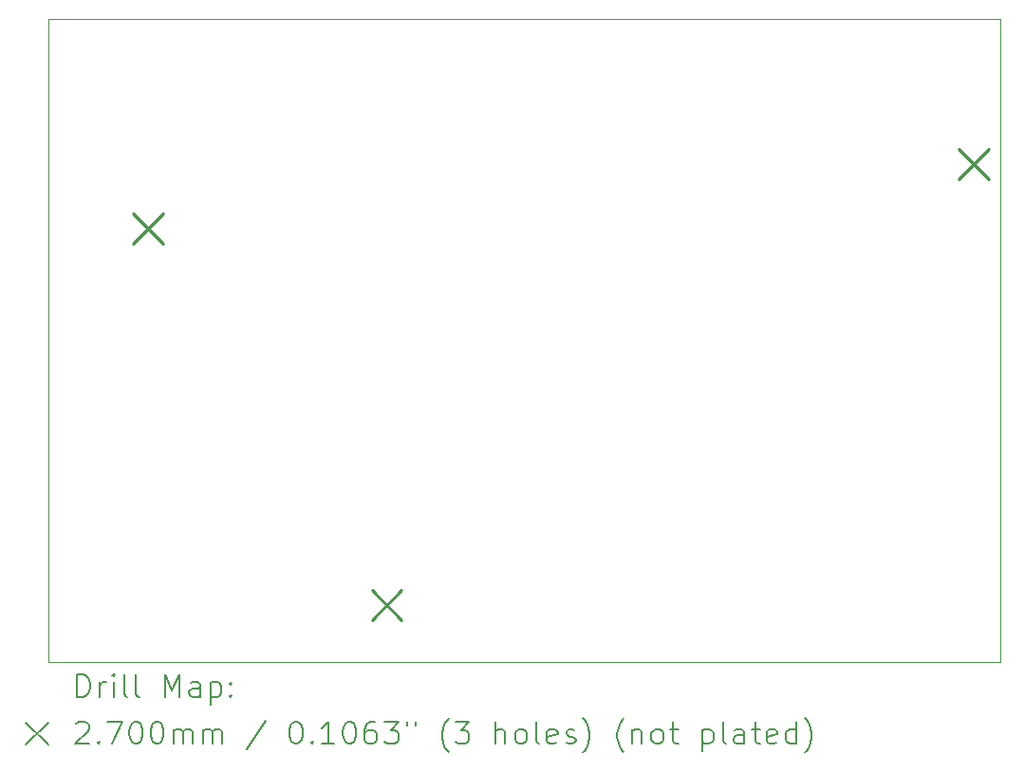
<source format=gbr>
%TF.GenerationSoftware,KiCad,Pcbnew,8.0.1*%
%TF.CreationDate,2024-06-09T01:41:55+01:00*%
%TF.ProjectId,tim011_video_fix,74696d30-3131-45f7-9669-64656f5f6669,rev?*%
%TF.SameCoordinates,Original*%
%TF.FileFunction,Drillmap*%
%TF.FilePolarity,Positive*%
%FSLAX45Y45*%
G04 Gerber Fmt 4.5, Leading zero omitted, Abs format (unit mm)*
G04 Created by KiCad (PCBNEW 8.0.1) date 2024-06-09 01:41:55*
%MOMM*%
%LPD*%
G01*
G04 APERTURE LIST*
%ADD10C,0.050000*%
%ADD11C,0.200000*%
%ADD12C,0.270000*%
G04 APERTURE END LIST*
D10*
X5485000Y-5845000D02*
X13975000Y-5845000D01*
X13975000Y-11585000D01*
X5485000Y-11585000D01*
X5485000Y-5845000D01*
D11*
D12*
X6243400Y-7579300D02*
X6513400Y-7849300D01*
X6513400Y-7579300D02*
X6243400Y-7849300D01*
X8370000Y-10942500D02*
X8640000Y-11212500D01*
X8640000Y-10942500D02*
X8370000Y-11212500D01*
X13610000Y-7007800D02*
X13880000Y-7277800D01*
X13880000Y-7007800D02*
X13610000Y-7277800D01*
D11*
X5743277Y-11898984D02*
X5743277Y-11698984D01*
X5743277Y-11698984D02*
X5790896Y-11698984D01*
X5790896Y-11698984D02*
X5819467Y-11708508D01*
X5819467Y-11708508D02*
X5838515Y-11727555D01*
X5838515Y-11727555D02*
X5848039Y-11746603D01*
X5848039Y-11746603D02*
X5857562Y-11784698D01*
X5857562Y-11784698D02*
X5857562Y-11813269D01*
X5857562Y-11813269D02*
X5848039Y-11851365D01*
X5848039Y-11851365D02*
X5838515Y-11870412D01*
X5838515Y-11870412D02*
X5819467Y-11889460D01*
X5819467Y-11889460D02*
X5790896Y-11898984D01*
X5790896Y-11898984D02*
X5743277Y-11898984D01*
X5943277Y-11898984D02*
X5943277Y-11765650D01*
X5943277Y-11803746D02*
X5952801Y-11784698D01*
X5952801Y-11784698D02*
X5962324Y-11775174D01*
X5962324Y-11775174D02*
X5981372Y-11765650D01*
X5981372Y-11765650D02*
X6000420Y-11765650D01*
X6067086Y-11898984D02*
X6067086Y-11765650D01*
X6067086Y-11698984D02*
X6057562Y-11708508D01*
X6057562Y-11708508D02*
X6067086Y-11718031D01*
X6067086Y-11718031D02*
X6076610Y-11708508D01*
X6076610Y-11708508D02*
X6067086Y-11698984D01*
X6067086Y-11698984D02*
X6067086Y-11718031D01*
X6190896Y-11898984D02*
X6171848Y-11889460D01*
X6171848Y-11889460D02*
X6162324Y-11870412D01*
X6162324Y-11870412D02*
X6162324Y-11698984D01*
X6295658Y-11898984D02*
X6276610Y-11889460D01*
X6276610Y-11889460D02*
X6267086Y-11870412D01*
X6267086Y-11870412D02*
X6267086Y-11698984D01*
X6524229Y-11898984D02*
X6524229Y-11698984D01*
X6524229Y-11698984D02*
X6590896Y-11841841D01*
X6590896Y-11841841D02*
X6657562Y-11698984D01*
X6657562Y-11698984D02*
X6657562Y-11898984D01*
X6838515Y-11898984D02*
X6838515Y-11794222D01*
X6838515Y-11794222D02*
X6828991Y-11775174D01*
X6828991Y-11775174D02*
X6809943Y-11765650D01*
X6809943Y-11765650D02*
X6771848Y-11765650D01*
X6771848Y-11765650D02*
X6752801Y-11775174D01*
X6838515Y-11889460D02*
X6819467Y-11898984D01*
X6819467Y-11898984D02*
X6771848Y-11898984D01*
X6771848Y-11898984D02*
X6752801Y-11889460D01*
X6752801Y-11889460D02*
X6743277Y-11870412D01*
X6743277Y-11870412D02*
X6743277Y-11851365D01*
X6743277Y-11851365D02*
X6752801Y-11832317D01*
X6752801Y-11832317D02*
X6771848Y-11822793D01*
X6771848Y-11822793D02*
X6819467Y-11822793D01*
X6819467Y-11822793D02*
X6838515Y-11813269D01*
X6933753Y-11765650D02*
X6933753Y-11965650D01*
X6933753Y-11775174D02*
X6952801Y-11765650D01*
X6952801Y-11765650D02*
X6990896Y-11765650D01*
X6990896Y-11765650D02*
X7009943Y-11775174D01*
X7009943Y-11775174D02*
X7019467Y-11784698D01*
X7019467Y-11784698D02*
X7028991Y-11803746D01*
X7028991Y-11803746D02*
X7028991Y-11860888D01*
X7028991Y-11860888D02*
X7019467Y-11879936D01*
X7019467Y-11879936D02*
X7009943Y-11889460D01*
X7009943Y-11889460D02*
X6990896Y-11898984D01*
X6990896Y-11898984D02*
X6952801Y-11898984D01*
X6952801Y-11898984D02*
X6933753Y-11889460D01*
X7114705Y-11879936D02*
X7124229Y-11889460D01*
X7124229Y-11889460D02*
X7114705Y-11898984D01*
X7114705Y-11898984D02*
X7105182Y-11889460D01*
X7105182Y-11889460D02*
X7114705Y-11879936D01*
X7114705Y-11879936D02*
X7114705Y-11898984D01*
X7114705Y-11775174D02*
X7124229Y-11784698D01*
X7124229Y-11784698D02*
X7114705Y-11794222D01*
X7114705Y-11794222D02*
X7105182Y-11784698D01*
X7105182Y-11784698D02*
X7114705Y-11775174D01*
X7114705Y-11775174D02*
X7114705Y-11794222D01*
X5282500Y-12127500D02*
X5482500Y-12327500D01*
X5482500Y-12127500D02*
X5282500Y-12327500D01*
X5733753Y-12138031D02*
X5743277Y-12128508D01*
X5743277Y-12128508D02*
X5762324Y-12118984D01*
X5762324Y-12118984D02*
X5809943Y-12118984D01*
X5809943Y-12118984D02*
X5828991Y-12128508D01*
X5828991Y-12128508D02*
X5838515Y-12138031D01*
X5838515Y-12138031D02*
X5848039Y-12157079D01*
X5848039Y-12157079D02*
X5848039Y-12176127D01*
X5848039Y-12176127D02*
X5838515Y-12204698D01*
X5838515Y-12204698D02*
X5724229Y-12318984D01*
X5724229Y-12318984D02*
X5848039Y-12318984D01*
X5933753Y-12299936D02*
X5943277Y-12309460D01*
X5943277Y-12309460D02*
X5933753Y-12318984D01*
X5933753Y-12318984D02*
X5924229Y-12309460D01*
X5924229Y-12309460D02*
X5933753Y-12299936D01*
X5933753Y-12299936D02*
X5933753Y-12318984D01*
X6009943Y-12118984D02*
X6143277Y-12118984D01*
X6143277Y-12118984D02*
X6057562Y-12318984D01*
X6257562Y-12118984D02*
X6276610Y-12118984D01*
X6276610Y-12118984D02*
X6295658Y-12128508D01*
X6295658Y-12128508D02*
X6305182Y-12138031D01*
X6305182Y-12138031D02*
X6314705Y-12157079D01*
X6314705Y-12157079D02*
X6324229Y-12195174D01*
X6324229Y-12195174D02*
X6324229Y-12242793D01*
X6324229Y-12242793D02*
X6314705Y-12280888D01*
X6314705Y-12280888D02*
X6305182Y-12299936D01*
X6305182Y-12299936D02*
X6295658Y-12309460D01*
X6295658Y-12309460D02*
X6276610Y-12318984D01*
X6276610Y-12318984D02*
X6257562Y-12318984D01*
X6257562Y-12318984D02*
X6238515Y-12309460D01*
X6238515Y-12309460D02*
X6228991Y-12299936D01*
X6228991Y-12299936D02*
X6219467Y-12280888D01*
X6219467Y-12280888D02*
X6209943Y-12242793D01*
X6209943Y-12242793D02*
X6209943Y-12195174D01*
X6209943Y-12195174D02*
X6219467Y-12157079D01*
X6219467Y-12157079D02*
X6228991Y-12138031D01*
X6228991Y-12138031D02*
X6238515Y-12128508D01*
X6238515Y-12128508D02*
X6257562Y-12118984D01*
X6448039Y-12118984D02*
X6467086Y-12118984D01*
X6467086Y-12118984D02*
X6486134Y-12128508D01*
X6486134Y-12128508D02*
X6495658Y-12138031D01*
X6495658Y-12138031D02*
X6505182Y-12157079D01*
X6505182Y-12157079D02*
X6514705Y-12195174D01*
X6514705Y-12195174D02*
X6514705Y-12242793D01*
X6514705Y-12242793D02*
X6505182Y-12280888D01*
X6505182Y-12280888D02*
X6495658Y-12299936D01*
X6495658Y-12299936D02*
X6486134Y-12309460D01*
X6486134Y-12309460D02*
X6467086Y-12318984D01*
X6467086Y-12318984D02*
X6448039Y-12318984D01*
X6448039Y-12318984D02*
X6428991Y-12309460D01*
X6428991Y-12309460D02*
X6419467Y-12299936D01*
X6419467Y-12299936D02*
X6409943Y-12280888D01*
X6409943Y-12280888D02*
X6400420Y-12242793D01*
X6400420Y-12242793D02*
X6400420Y-12195174D01*
X6400420Y-12195174D02*
X6409943Y-12157079D01*
X6409943Y-12157079D02*
X6419467Y-12138031D01*
X6419467Y-12138031D02*
X6428991Y-12128508D01*
X6428991Y-12128508D02*
X6448039Y-12118984D01*
X6600420Y-12318984D02*
X6600420Y-12185650D01*
X6600420Y-12204698D02*
X6609943Y-12195174D01*
X6609943Y-12195174D02*
X6628991Y-12185650D01*
X6628991Y-12185650D02*
X6657563Y-12185650D01*
X6657563Y-12185650D02*
X6676610Y-12195174D01*
X6676610Y-12195174D02*
X6686134Y-12214222D01*
X6686134Y-12214222D02*
X6686134Y-12318984D01*
X6686134Y-12214222D02*
X6695658Y-12195174D01*
X6695658Y-12195174D02*
X6714705Y-12185650D01*
X6714705Y-12185650D02*
X6743277Y-12185650D01*
X6743277Y-12185650D02*
X6762324Y-12195174D01*
X6762324Y-12195174D02*
X6771848Y-12214222D01*
X6771848Y-12214222D02*
X6771848Y-12318984D01*
X6867086Y-12318984D02*
X6867086Y-12185650D01*
X6867086Y-12204698D02*
X6876610Y-12195174D01*
X6876610Y-12195174D02*
X6895658Y-12185650D01*
X6895658Y-12185650D02*
X6924229Y-12185650D01*
X6924229Y-12185650D02*
X6943277Y-12195174D01*
X6943277Y-12195174D02*
X6952801Y-12214222D01*
X6952801Y-12214222D02*
X6952801Y-12318984D01*
X6952801Y-12214222D02*
X6962324Y-12195174D01*
X6962324Y-12195174D02*
X6981372Y-12185650D01*
X6981372Y-12185650D02*
X7009943Y-12185650D01*
X7009943Y-12185650D02*
X7028991Y-12195174D01*
X7028991Y-12195174D02*
X7038515Y-12214222D01*
X7038515Y-12214222D02*
X7038515Y-12318984D01*
X7428991Y-12109460D02*
X7257563Y-12366603D01*
X7686134Y-12118984D02*
X7705182Y-12118984D01*
X7705182Y-12118984D02*
X7724229Y-12128508D01*
X7724229Y-12128508D02*
X7733753Y-12138031D01*
X7733753Y-12138031D02*
X7743277Y-12157079D01*
X7743277Y-12157079D02*
X7752801Y-12195174D01*
X7752801Y-12195174D02*
X7752801Y-12242793D01*
X7752801Y-12242793D02*
X7743277Y-12280888D01*
X7743277Y-12280888D02*
X7733753Y-12299936D01*
X7733753Y-12299936D02*
X7724229Y-12309460D01*
X7724229Y-12309460D02*
X7705182Y-12318984D01*
X7705182Y-12318984D02*
X7686134Y-12318984D01*
X7686134Y-12318984D02*
X7667086Y-12309460D01*
X7667086Y-12309460D02*
X7657563Y-12299936D01*
X7657563Y-12299936D02*
X7648039Y-12280888D01*
X7648039Y-12280888D02*
X7638515Y-12242793D01*
X7638515Y-12242793D02*
X7638515Y-12195174D01*
X7638515Y-12195174D02*
X7648039Y-12157079D01*
X7648039Y-12157079D02*
X7657563Y-12138031D01*
X7657563Y-12138031D02*
X7667086Y-12128508D01*
X7667086Y-12128508D02*
X7686134Y-12118984D01*
X7838515Y-12299936D02*
X7848039Y-12309460D01*
X7848039Y-12309460D02*
X7838515Y-12318984D01*
X7838515Y-12318984D02*
X7828991Y-12309460D01*
X7828991Y-12309460D02*
X7838515Y-12299936D01*
X7838515Y-12299936D02*
X7838515Y-12318984D01*
X8038515Y-12318984D02*
X7924229Y-12318984D01*
X7981372Y-12318984D02*
X7981372Y-12118984D01*
X7981372Y-12118984D02*
X7962325Y-12147555D01*
X7962325Y-12147555D02*
X7943277Y-12166603D01*
X7943277Y-12166603D02*
X7924229Y-12176127D01*
X8162325Y-12118984D02*
X8181372Y-12118984D01*
X8181372Y-12118984D02*
X8200420Y-12128508D01*
X8200420Y-12128508D02*
X8209944Y-12138031D01*
X8209944Y-12138031D02*
X8219467Y-12157079D01*
X8219467Y-12157079D02*
X8228991Y-12195174D01*
X8228991Y-12195174D02*
X8228991Y-12242793D01*
X8228991Y-12242793D02*
X8219467Y-12280888D01*
X8219467Y-12280888D02*
X8209944Y-12299936D01*
X8209944Y-12299936D02*
X8200420Y-12309460D01*
X8200420Y-12309460D02*
X8181372Y-12318984D01*
X8181372Y-12318984D02*
X8162325Y-12318984D01*
X8162325Y-12318984D02*
X8143277Y-12309460D01*
X8143277Y-12309460D02*
X8133753Y-12299936D01*
X8133753Y-12299936D02*
X8124229Y-12280888D01*
X8124229Y-12280888D02*
X8114706Y-12242793D01*
X8114706Y-12242793D02*
X8114706Y-12195174D01*
X8114706Y-12195174D02*
X8124229Y-12157079D01*
X8124229Y-12157079D02*
X8133753Y-12138031D01*
X8133753Y-12138031D02*
X8143277Y-12128508D01*
X8143277Y-12128508D02*
X8162325Y-12118984D01*
X8400420Y-12118984D02*
X8362325Y-12118984D01*
X8362325Y-12118984D02*
X8343277Y-12128508D01*
X8343277Y-12128508D02*
X8333753Y-12138031D01*
X8333753Y-12138031D02*
X8314706Y-12166603D01*
X8314706Y-12166603D02*
X8305182Y-12204698D01*
X8305182Y-12204698D02*
X8305182Y-12280888D01*
X8305182Y-12280888D02*
X8314706Y-12299936D01*
X8314706Y-12299936D02*
X8324229Y-12309460D01*
X8324229Y-12309460D02*
X8343277Y-12318984D01*
X8343277Y-12318984D02*
X8381372Y-12318984D01*
X8381372Y-12318984D02*
X8400420Y-12309460D01*
X8400420Y-12309460D02*
X8409944Y-12299936D01*
X8409944Y-12299936D02*
X8419468Y-12280888D01*
X8419468Y-12280888D02*
X8419468Y-12233269D01*
X8419468Y-12233269D02*
X8409944Y-12214222D01*
X8409944Y-12214222D02*
X8400420Y-12204698D01*
X8400420Y-12204698D02*
X8381372Y-12195174D01*
X8381372Y-12195174D02*
X8343277Y-12195174D01*
X8343277Y-12195174D02*
X8324229Y-12204698D01*
X8324229Y-12204698D02*
X8314706Y-12214222D01*
X8314706Y-12214222D02*
X8305182Y-12233269D01*
X8486134Y-12118984D02*
X8609944Y-12118984D01*
X8609944Y-12118984D02*
X8543277Y-12195174D01*
X8543277Y-12195174D02*
X8571849Y-12195174D01*
X8571849Y-12195174D02*
X8590896Y-12204698D01*
X8590896Y-12204698D02*
X8600420Y-12214222D01*
X8600420Y-12214222D02*
X8609944Y-12233269D01*
X8609944Y-12233269D02*
X8609944Y-12280888D01*
X8609944Y-12280888D02*
X8600420Y-12299936D01*
X8600420Y-12299936D02*
X8590896Y-12309460D01*
X8590896Y-12309460D02*
X8571849Y-12318984D01*
X8571849Y-12318984D02*
X8514706Y-12318984D01*
X8514706Y-12318984D02*
X8495658Y-12309460D01*
X8495658Y-12309460D02*
X8486134Y-12299936D01*
X8686134Y-12118984D02*
X8686134Y-12157079D01*
X8762325Y-12118984D02*
X8762325Y-12157079D01*
X9057563Y-12395174D02*
X9048039Y-12385650D01*
X9048039Y-12385650D02*
X9028991Y-12357079D01*
X9028991Y-12357079D02*
X9019468Y-12338031D01*
X9019468Y-12338031D02*
X9009944Y-12309460D01*
X9009944Y-12309460D02*
X9000420Y-12261841D01*
X9000420Y-12261841D02*
X9000420Y-12223746D01*
X9000420Y-12223746D02*
X9009944Y-12176127D01*
X9009944Y-12176127D02*
X9019468Y-12147555D01*
X9019468Y-12147555D02*
X9028991Y-12128508D01*
X9028991Y-12128508D02*
X9048039Y-12099936D01*
X9048039Y-12099936D02*
X9057563Y-12090412D01*
X9114706Y-12118984D02*
X9238515Y-12118984D01*
X9238515Y-12118984D02*
X9171849Y-12195174D01*
X9171849Y-12195174D02*
X9200420Y-12195174D01*
X9200420Y-12195174D02*
X9219468Y-12204698D01*
X9219468Y-12204698D02*
X9228991Y-12214222D01*
X9228991Y-12214222D02*
X9238515Y-12233269D01*
X9238515Y-12233269D02*
X9238515Y-12280888D01*
X9238515Y-12280888D02*
X9228991Y-12299936D01*
X9228991Y-12299936D02*
X9219468Y-12309460D01*
X9219468Y-12309460D02*
X9200420Y-12318984D01*
X9200420Y-12318984D02*
X9143277Y-12318984D01*
X9143277Y-12318984D02*
X9124230Y-12309460D01*
X9124230Y-12309460D02*
X9114706Y-12299936D01*
X9476611Y-12318984D02*
X9476611Y-12118984D01*
X9562325Y-12318984D02*
X9562325Y-12214222D01*
X9562325Y-12214222D02*
X9552801Y-12195174D01*
X9552801Y-12195174D02*
X9533753Y-12185650D01*
X9533753Y-12185650D02*
X9505182Y-12185650D01*
X9505182Y-12185650D02*
X9486134Y-12195174D01*
X9486134Y-12195174D02*
X9476611Y-12204698D01*
X9686134Y-12318984D02*
X9667087Y-12309460D01*
X9667087Y-12309460D02*
X9657563Y-12299936D01*
X9657563Y-12299936D02*
X9648039Y-12280888D01*
X9648039Y-12280888D02*
X9648039Y-12223746D01*
X9648039Y-12223746D02*
X9657563Y-12204698D01*
X9657563Y-12204698D02*
X9667087Y-12195174D01*
X9667087Y-12195174D02*
X9686134Y-12185650D01*
X9686134Y-12185650D02*
X9714706Y-12185650D01*
X9714706Y-12185650D02*
X9733753Y-12195174D01*
X9733753Y-12195174D02*
X9743277Y-12204698D01*
X9743277Y-12204698D02*
X9752801Y-12223746D01*
X9752801Y-12223746D02*
X9752801Y-12280888D01*
X9752801Y-12280888D02*
X9743277Y-12299936D01*
X9743277Y-12299936D02*
X9733753Y-12309460D01*
X9733753Y-12309460D02*
X9714706Y-12318984D01*
X9714706Y-12318984D02*
X9686134Y-12318984D01*
X9867087Y-12318984D02*
X9848039Y-12309460D01*
X9848039Y-12309460D02*
X9838515Y-12290412D01*
X9838515Y-12290412D02*
X9838515Y-12118984D01*
X10019468Y-12309460D02*
X10000420Y-12318984D01*
X10000420Y-12318984D02*
X9962325Y-12318984D01*
X9962325Y-12318984D02*
X9943277Y-12309460D01*
X9943277Y-12309460D02*
X9933753Y-12290412D01*
X9933753Y-12290412D02*
X9933753Y-12214222D01*
X9933753Y-12214222D02*
X9943277Y-12195174D01*
X9943277Y-12195174D02*
X9962325Y-12185650D01*
X9962325Y-12185650D02*
X10000420Y-12185650D01*
X10000420Y-12185650D02*
X10019468Y-12195174D01*
X10019468Y-12195174D02*
X10028992Y-12214222D01*
X10028992Y-12214222D02*
X10028992Y-12233269D01*
X10028992Y-12233269D02*
X9933753Y-12252317D01*
X10105182Y-12309460D02*
X10124230Y-12318984D01*
X10124230Y-12318984D02*
X10162325Y-12318984D01*
X10162325Y-12318984D02*
X10181373Y-12309460D01*
X10181373Y-12309460D02*
X10190896Y-12290412D01*
X10190896Y-12290412D02*
X10190896Y-12280888D01*
X10190896Y-12280888D02*
X10181373Y-12261841D01*
X10181373Y-12261841D02*
X10162325Y-12252317D01*
X10162325Y-12252317D02*
X10133753Y-12252317D01*
X10133753Y-12252317D02*
X10114706Y-12242793D01*
X10114706Y-12242793D02*
X10105182Y-12223746D01*
X10105182Y-12223746D02*
X10105182Y-12214222D01*
X10105182Y-12214222D02*
X10114706Y-12195174D01*
X10114706Y-12195174D02*
X10133753Y-12185650D01*
X10133753Y-12185650D02*
X10162325Y-12185650D01*
X10162325Y-12185650D02*
X10181373Y-12195174D01*
X10257563Y-12395174D02*
X10267087Y-12385650D01*
X10267087Y-12385650D02*
X10286134Y-12357079D01*
X10286134Y-12357079D02*
X10295658Y-12338031D01*
X10295658Y-12338031D02*
X10305182Y-12309460D01*
X10305182Y-12309460D02*
X10314706Y-12261841D01*
X10314706Y-12261841D02*
X10314706Y-12223746D01*
X10314706Y-12223746D02*
X10305182Y-12176127D01*
X10305182Y-12176127D02*
X10295658Y-12147555D01*
X10295658Y-12147555D02*
X10286134Y-12128508D01*
X10286134Y-12128508D02*
X10267087Y-12099936D01*
X10267087Y-12099936D02*
X10257563Y-12090412D01*
X10619468Y-12395174D02*
X10609944Y-12385650D01*
X10609944Y-12385650D02*
X10590896Y-12357079D01*
X10590896Y-12357079D02*
X10581373Y-12338031D01*
X10581373Y-12338031D02*
X10571849Y-12309460D01*
X10571849Y-12309460D02*
X10562325Y-12261841D01*
X10562325Y-12261841D02*
X10562325Y-12223746D01*
X10562325Y-12223746D02*
X10571849Y-12176127D01*
X10571849Y-12176127D02*
X10581373Y-12147555D01*
X10581373Y-12147555D02*
X10590896Y-12128508D01*
X10590896Y-12128508D02*
X10609944Y-12099936D01*
X10609944Y-12099936D02*
X10619468Y-12090412D01*
X10695658Y-12185650D02*
X10695658Y-12318984D01*
X10695658Y-12204698D02*
X10705182Y-12195174D01*
X10705182Y-12195174D02*
X10724230Y-12185650D01*
X10724230Y-12185650D02*
X10752801Y-12185650D01*
X10752801Y-12185650D02*
X10771849Y-12195174D01*
X10771849Y-12195174D02*
X10781373Y-12214222D01*
X10781373Y-12214222D02*
X10781373Y-12318984D01*
X10905182Y-12318984D02*
X10886134Y-12309460D01*
X10886134Y-12309460D02*
X10876611Y-12299936D01*
X10876611Y-12299936D02*
X10867087Y-12280888D01*
X10867087Y-12280888D02*
X10867087Y-12223746D01*
X10867087Y-12223746D02*
X10876611Y-12204698D01*
X10876611Y-12204698D02*
X10886134Y-12195174D01*
X10886134Y-12195174D02*
X10905182Y-12185650D01*
X10905182Y-12185650D02*
X10933754Y-12185650D01*
X10933754Y-12185650D02*
X10952801Y-12195174D01*
X10952801Y-12195174D02*
X10962325Y-12204698D01*
X10962325Y-12204698D02*
X10971849Y-12223746D01*
X10971849Y-12223746D02*
X10971849Y-12280888D01*
X10971849Y-12280888D02*
X10962325Y-12299936D01*
X10962325Y-12299936D02*
X10952801Y-12309460D01*
X10952801Y-12309460D02*
X10933754Y-12318984D01*
X10933754Y-12318984D02*
X10905182Y-12318984D01*
X11028992Y-12185650D02*
X11105182Y-12185650D01*
X11057563Y-12118984D02*
X11057563Y-12290412D01*
X11057563Y-12290412D02*
X11067087Y-12309460D01*
X11067087Y-12309460D02*
X11086134Y-12318984D01*
X11086134Y-12318984D02*
X11105182Y-12318984D01*
X11324230Y-12185650D02*
X11324230Y-12385650D01*
X11324230Y-12195174D02*
X11343277Y-12185650D01*
X11343277Y-12185650D02*
X11381373Y-12185650D01*
X11381373Y-12185650D02*
X11400420Y-12195174D01*
X11400420Y-12195174D02*
X11409944Y-12204698D01*
X11409944Y-12204698D02*
X11419468Y-12223746D01*
X11419468Y-12223746D02*
X11419468Y-12280888D01*
X11419468Y-12280888D02*
X11409944Y-12299936D01*
X11409944Y-12299936D02*
X11400420Y-12309460D01*
X11400420Y-12309460D02*
X11381373Y-12318984D01*
X11381373Y-12318984D02*
X11343277Y-12318984D01*
X11343277Y-12318984D02*
X11324230Y-12309460D01*
X11533753Y-12318984D02*
X11514706Y-12309460D01*
X11514706Y-12309460D02*
X11505182Y-12290412D01*
X11505182Y-12290412D02*
X11505182Y-12118984D01*
X11695658Y-12318984D02*
X11695658Y-12214222D01*
X11695658Y-12214222D02*
X11686134Y-12195174D01*
X11686134Y-12195174D02*
X11667087Y-12185650D01*
X11667087Y-12185650D02*
X11628992Y-12185650D01*
X11628992Y-12185650D02*
X11609944Y-12195174D01*
X11695658Y-12309460D02*
X11676611Y-12318984D01*
X11676611Y-12318984D02*
X11628992Y-12318984D01*
X11628992Y-12318984D02*
X11609944Y-12309460D01*
X11609944Y-12309460D02*
X11600420Y-12290412D01*
X11600420Y-12290412D02*
X11600420Y-12271365D01*
X11600420Y-12271365D02*
X11609944Y-12252317D01*
X11609944Y-12252317D02*
X11628992Y-12242793D01*
X11628992Y-12242793D02*
X11676611Y-12242793D01*
X11676611Y-12242793D02*
X11695658Y-12233269D01*
X11762325Y-12185650D02*
X11838515Y-12185650D01*
X11790896Y-12118984D02*
X11790896Y-12290412D01*
X11790896Y-12290412D02*
X11800420Y-12309460D01*
X11800420Y-12309460D02*
X11819468Y-12318984D01*
X11819468Y-12318984D02*
X11838515Y-12318984D01*
X11981373Y-12309460D02*
X11962325Y-12318984D01*
X11962325Y-12318984D02*
X11924230Y-12318984D01*
X11924230Y-12318984D02*
X11905182Y-12309460D01*
X11905182Y-12309460D02*
X11895658Y-12290412D01*
X11895658Y-12290412D02*
X11895658Y-12214222D01*
X11895658Y-12214222D02*
X11905182Y-12195174D01*
X11905182Y-12195174D02*
X11924230Y-12185650D01*
X11924230Y-12185650D02*
X11962325Y-12185650D01*
X11962325Y-12185650D02*
X11981373Y-12195174D01*
X11981373Y-12195174D02*
X11990896Y-12214222D01*
X11990896Y-12214222D02*
X11990896Y-12233269D01*
X11990896Y-12233269D02*
X11895658Y-12252317D01*
X12162325Y-12318984D02*
X12162325Y-12118984D01*
X12162325Y-12309460D02*
X12143277Y-12318984D01*
X12143277Y-12318984D02*
X12105182Y-12318984D01*
X12105182Y-12318984D02*
X12086134Y-12309460D01*
X12086134Y-12309460D02*
X12076611Y-12299936D01*
X12076611Y-12299936D02*
X12067087Y-12280888D01*
X12067087Y-12280888D02*
X12067087Y-12223746D01*
X12067087Y-12223746D02*
X12076611Y-12204698D01*
X12076611Y-12204698D02*
X12086134Y-12195174D01*
X12086134Y-12195174D02*
X12105182Y-12185650D01*
X12105182Y-12185650D02*
X12143277Y-12185650D01*
X12143277Y-12185650D02*
X12162325Y-12195174D01*
X12238515Y-12395174D02*
X12248039Y-12385650D01*
X12248039Y-12385650D02*
X12267087Y-12357079D01*
X12267087Y-12357079D02*
X12276611Y-12338031D01*
X12276611Y-12338031D02*
X12286134Y-12309460D01*
X12286134Y-12309460D02*
X12295658Y-12261841D01*
X12295658Y-12261841D02*
X12295658Y-12223746D01*
X12295658Y-12223746D02*
X12286134Y-12176127D01*
X12286134Y-12176127D02*
X12276611Y-12147555D01*
X12276611Y-12147555D02*
X12267087Y-12128508D01*
X12267087Y-12128508D02*
X12248039Y-12099936D01*
X12248039Y-12099936D02*
X12238515Y-12090412D01*
M02*

</source>
